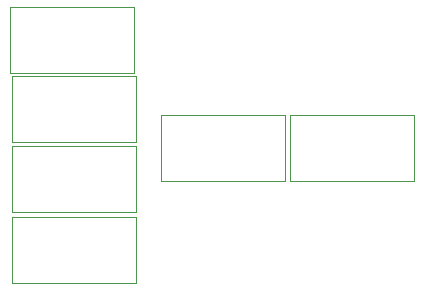
<source format=gbr>
G04*
G04 #@! TF.GenerationSoftware,Altium Limited,Altium Designer,23.0.1 (38)*
G04*
G04 Layer_Color=32768*
%FSLAX25Y25*%
%MOIN*%
G70*
G04*
G04 #@! TF.SameCoordinates,383C52D0-4EDD-4C0E-AA1A-A67FCF8BFF30*
G04*
G04*
G04 #@! TF.FilePolarity,Positive*
G04*
G01*
G75*
%ADD26C,0.00197*%
D26*
X360827Y176378D02*
X402165D01*
Y154331D02*
Y176378D01*
X360827Y154331D02*
X402165D01*
X360827D02*
Y176378D01*
X317894Y154339D02*
Y176386D01*
Y154339D02*
X359232D01*
Y176386D01*
X317894D02*
X359232D01*
X267768Y190339D02*
Y212386D01*
Y190339D02*
X309106D01*
Y212386D01*
X267768D02*
X309106D01*
X268146Y189386D02*
X309484D01*
Y167339D02*
Y189386D01*
X268146Y167339D02*
X309484D01*
X268146D02*
Y189386D01*
Y165886D02*
X309484D01*
Y143839D02*
Y165886D01*
X268146Y143839D02*
X309484D01*
X268146D02*
Y165886D01*
X268394Y120339D02*
Y142386D01*
Y120339D02*
X309732D01*
Y142386D01*
X268394D02*
X309732D01*
M02*

</source>
